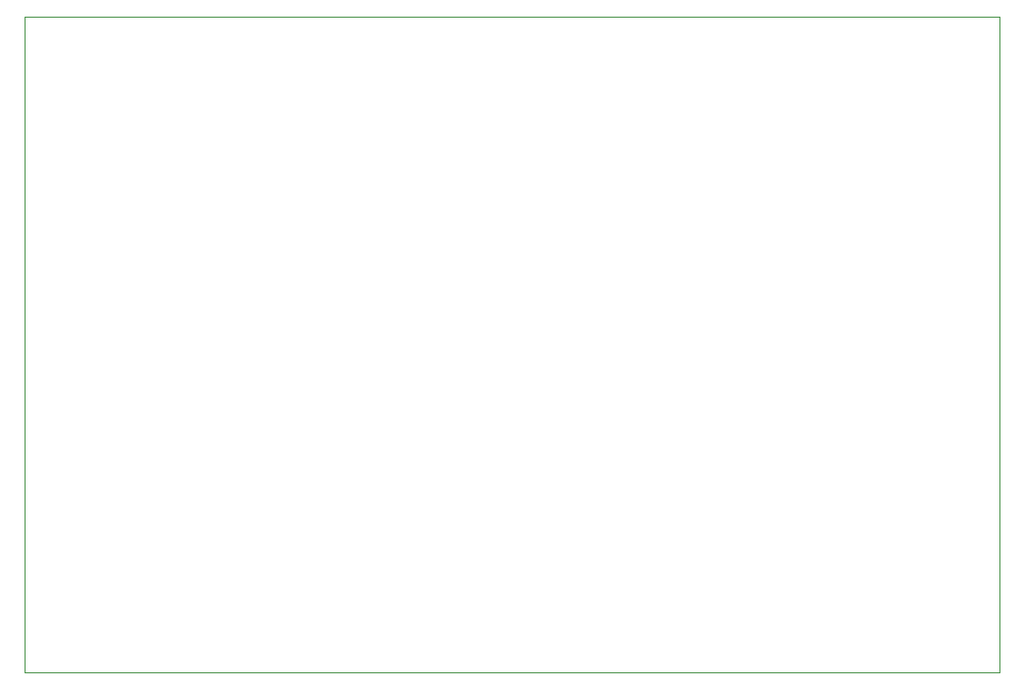
<source format=gbr>
G04 #@! TF.GenerationSoftware,KiCad,Pcbnew,(5.1.8)-1*
G04 #@! TF.CreationDate,2021-07-21T19:28:53-06:00*
G04 #@! TF.ProjectId,SBus-Decoder,53427573-2d44-4656-936f-6465722e6b69,rev?*
G04 #@! TF.SameCoordinates,Original*
G04 #@! TF.FileFunction,Profile,NP*
%FSLAX46Y46*%
G04 Gerber Fmt 4.6, Leading zero omitted, Abs format (unit mm)*
G04 Created by KiCad (PCBNEW (5.1.8)-1) date 2021-07-21 19:28:53*
%MOMM*%
%LPD*%
G01*
G04 APERTURE LIST*
G04 #@! TA.AperFunction,Profile*
%ADD10C,0.100000*%
G04 #@! TD*
G04 APERTURE END LIST*
D10*
X134250000Y-50000000D02*
X134250000Y-106500000D01*
X50250000Y-50000000D02*
X134250000Y-50000000D01*
X50250000Y-106500000D02*
X50250000Y-50000000D01*
X134250000Y-106500000D02*
X50250000Y-106500000D01*
M02*

</source>
